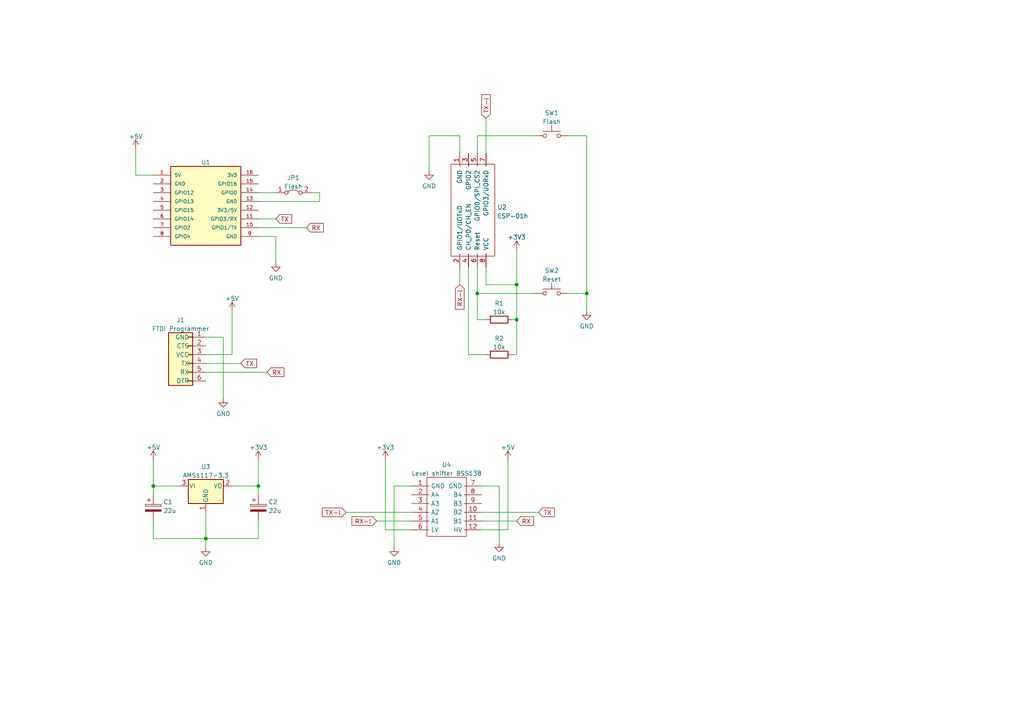
<source format=kicad_sch>
(kicad_sch (version 20211123) (generator eeschema)
  (paper "A4")
  (lib_symbols
    (symbol "Device:C_Polarized" (pin_numbers hide) (pin_names (offset 0.254))
      (property "Reference" "C" (at 0.635 2.54 0))
      (property "Value" "C_Polarized" (at 0.635 -2.54 0))
      (symbol "C_Polarized_0_1"
        (rectangle (start -2.286 0.508) (end 2.286 1.016))
        (polyline (pts (xy -1.778 2.286) (xy -0.762 2.286)))
        (polyline (pts (xy -1.27 2.794) (xy -1.27 1.778)))
        (rectangle (start 2.286 -0.508) (end -2.286 -1.016) (fill (type outline)))
      )
      (symbol "C_Polarized_1_1"
        (pin passive line (at 0 3.81 270) (length 2.794) (name "~") (number "1"))
        (pin passive line (at 0 -3.81 90) (length 2.794) (name "~") (number "2"))
      )
    )
    (symbol "Device:R" (pin_numbers hide) (pin_names (offset 0))
      (property "Reference" "R" (at 2.032 0 90))
      (property "Value" "R" (at 0 0 90))
      (symbol "R_0_1"
        (rectangle (start -1.016 -2.54) (end 1.016 2.54) (stroke (width 0.254)))
      )
      (symbol "R_1_1"
        (pin passive line (at 0 3.81 270) (length 1.27) (name "~") (number "1"))
        (pin passive line (at 0 -3.81 90) (length 1.27) (name "~") (number "2"))
      )
    )
    (symbol "Jumper:Jumper_2_Bridged" (pin_names (offset 0) hide)
      (property "Reference" "JP" (at 0 1.905 0))
      (property "Value" "Jumper_2_Bridged" (at 0 -2.54 0))
      (symbol "Jumper_2_Bridged_0_0"
        (circle (center -2.032 0) (radius 0.508))
        (circle (center 2.032 0) (radius 0.508))
      )
      (symbol "Jumper_2_Bridged_0_1"
        (arc (start 1.524 0.254) (mid 0 0.762) (end -1.524 0.254))
      )
      (symbol "Jumper_2_Bridged_1_1"
        (pin passive line (at -5.08 0 0) (length 2.54) (name "A") (number "1"))
        (pin passive line (at 5.08 0 180) (length 2.54) (name "B") (number "2"))
      )
    )
    (symbol "MY_ESP32:ESP32-CAM" (pin_names (offset 1.016))
      (property "Reference" "U" (at -9.525 18.415 0))
      (symbol "ESP32-CAM_0_0"
        (rectangle (start -10.16 -5.08) (end 10.16 17.78) (stroke (width 0.254)) (fill (type background)))
        (pin power_in line (at -15.24 15.24 0) (length 5.08) (name "5V") (number "1"))
        (pin bidirectional line (at 15.24 0 180) (length 5.08) (name "GPIO1/TX") (number "10"))
        (pin bidirectional line (at 15.24 2.54 180) (length 5.08) (name "GPIO3/RX") (number "11"))
        (pin power_in line (at 15.24 5.08 180) (length 5.08) (name "3V3/5V") (number "12"))
        (pin power_in line (at 15.24 7.62 180) (length 5.08) (name "GND") (number "13"))
        (pin bidirectional line (at 15.24 10.16 180) (length 5.08) (name "GPIO0") (number "14"))
        (pin bidirectional line (at 15.24 12.7 180) (length 5.08) (name "GPIO16") (number "15"))
        (pin power_in line (at 15.24 15.24 180) (length 5.08) (name "3V3") (number "16"))
        (pin power_in line (at -15.24 12.7 0) (length 5.08) (name "GND") (number "2"))
        (pin bidirectional line (at -15.24 10.16 0) (length 5.08) (name "GPIO12") (number "3"))
        (pin bidirectional line (at -15.24 7.62 0) (length 5.08) (name "GPIO13") (number "4"))
        (pin bidirectional line (at -15.24 5.08 0) (length 5.08) (name "GPIO15") (number "5"))
        (pin bidirectional line (at -15.24 2.54 0) (length 5.08) (name "GPIO14") (number "6"))
        (pin bidirectional line (at -15.24 0 0) (length 5.08) (name "GPIO2") (number "7"))
        (pin bidirectional line (at -15.24 -2.54 0) (length 5.08) (name "GPIO4") (number "8"))
        (pin power_in line (at 15.24 -2.54 180) (length 5.08) (name "GND") (number "9"))
      )
    )
    (symbol "My_Arduino:ESP-01h" (pin_names (offset 1.016))
      (property "Reference" "U" (at 11.43 -5.08 0))
      (property "Value" "ESP-01h" (at 15.24 -27.94 0))
      (symbol "ESP-01h_0_1"
        (polyline (pts (xy -2.54 -3.175) (xy 10.16 -3.175) (xy 10.16 -29.845) (xy -2.54 -29.845) (xy -2.54 -3.175)) (stroke (width 0.1524)))
      )
      (symbol "ESP-01h_1_1"
        (pin output line (at 0 0 270) (length 3.81) (name "GND") (number "1"))
        (pin power_in line (at 0 -33.02 90) (length 3.81) (name "GPIO1/UOTxD") (number "2"))
        (pin input line (at 2.54 0 270) (length 3.81) (name "GPIO2") (number "3"))
        (pin tri_state line (at 2.54 -33.02 90) (length 3.81) (name "CH_PD/CH_EN") (number "4"))
        (pin input line (at 5.08 0 270) (length 3.81) (name "GPIO0/SPI_CS2") (number "5"))
        (pin tri_state line (at 5.08 -33.02 90) (length 3.81) (name "Reset") (number "6"))
        (pin power_in line (at 7.62 0 270) (length 3.81) (name "GPIO3/UORxD") (number "7"))
        (pin input line (at 7.62 -33.02 90) (length 3.81) (name "VCC") (number "8"))
      )
    )
    (symbol "My_Headers:6-pin_FTDI_Programmer_socket" (pin_names (offset 1.016))
      (property "Reference" "J" (at 0 7.62 0))
      (property "Value" "6-pin_FTDI_Programmer_socket" (at 0 -10.16 0))
      (symbol "6-pin_FTDI_Programmer_socket_1_1"
        (rectangle (start -1.27 -7.493) (end 0 -7.747) (stroke (width 0.1524)))
        (rectangle (start -1.27 -4.953) (end 0 -5.207) (stroke (width 0.1524)))
        (rectangle (start -1.27 -2.413) (end 0 -2.667) (stroke (width 0.1524)))
        (rectangle (start -1.27 0.127) (end 0 -0.127) (stroke (width 0.1524)))
        (rectangle (start -1.27 2.667) (end 0 2.413) (stroke (width 0.1524)))
        (rectangle (start -1.27 5.207) (end 0 4.953) (stroke (width 0.1524)))
        (rectangle (start -1.27 6.35) (end 5.715 -8.89) (stroke (width 0.254)) (fill (type background)))
        (pin power_out line (at -5.08 5.08 0) (length 3.81) (name "GND") (number "1"))
        (pin bidirectional line (at -5.08 2.54 0) (length 3.81) (name "CTS") (number "2"))
        (pin power_out line (at -5.08 0 0) (length 3.81) (name "VCC") (number "3"))
        (pin output line (at -5.08 -2.54 0) (length 3.81) (name "TX") (number "4"))
        (pin input line (at -5.08 -5.08 0) (length 3.81) (name "RX") (number "5"))
        (pin bidirectional line (at -5.08 -7.62 0) (length 3.81) (name "DTR") (number "6"))
      )
    )
    (symbol "My_Parts:4-channel_I2C_level_shifter_BSS138"
      (property "Reference" "U" (at 15.875 -5.715 0))
      (property "Value" "4-channel_I2C_level_shifter_BSS138" (at 33.02 -13.97 0))
      (symbol "4-channel_I2C_level_shifter_BSS138_0_1"
        (polyline (pts (xy -2.54 -4.445) (xy -2.54 -15.875) (xy 14.605 -15.875) (xy 14.605 -4.445) (xy -2.54 -4.445)) (stroke (width 0.1524)))
      )
      (symbol "4-channel_I2C_level_shifter_BSS138_1_1"
        (pin power_in line (at 0 0 270) (length 5.08) (name "GND") (number "1"))
        (pin bidirectional line (at 7.62 -20.32 90) (length 5.08) (name "B2") (number "10"))
        (pin bidirectional line (at 10.16 -20.32 90) (length 5.08) (name "B1") (number "11"))
        (pin power_in line (at 12.7 -20.32 90) (length 5.08) (name "HV") (number "12"))
        (pin bidirectional line (at 2.54 0 270) (length 5.08) (name "A4") (number "2"))
        (pin bidirectional line (at 5.08 0 270) (length 5.08) (name "A3") (number "3"))
        (pin bidirectional line (at 7.62 0 270) (length 5.08) (name "A2") (number "4"))
        (pin bidirectional line (at 10.16 0 270) (length 5.08) (name "A1") (number "5"))
        (pin power_in line (at 12.7 0 270) (length 5.08) (name "LV") (number "6"))
        (pin power_in line (at 0 -20.32 90) (length 5.08) (name "GND") (number "7"))
        (pin bidirectional line (at 2.54 -20.32 90) (length 5.08) (name "B4") (number "8"))
        (pin bidirectional line (at 5.08 -20.32 90) (length 5.08) (name "B3") (number "9"))
      )
    )
    (symbol "Regulator_Linear:AMS1117-3.3" (pin_names (offset 0.254))
      (property "Reference" "U" (at -3.81 3.175 0))
      (property "Value" "AMS1117-3.3" (at 0 3.175 0))
      (symbol "AMS1117-3.3_0_1"
        (rectangle (start -5.08 -5.08) (end 5.08 1.905) (stroke (width 0.254)) (fill (type background)))
      )
      (symbol "AMS1117-3.3_1_1"
        (pin power_in line (at 0 -7.62 90) (length 2.54) (name "GND") (number "1"))
        (pin power_out line (at 7.62 0 180) (length 2.54) (name "VO") (number "2"))
        (pin power_in line (at -7.62 0 0) (length 2.54) (name "VI") (number "3"))
      )
    )
    (symbol "Switch:SW_Push" (pin_numbers hide) (pin_names (offset 1.016) hide)
      (property "Reference" "SW" (at 1.27 2.54 0))
      (property "Value" "SW_Push" (at 0 -1.524 0))
      (symbol "SW_Push_0_1"
        (circle (center -2.032 0) (radius 0.508))
        (polyline (pts (xy 0 1.27) (xy 0 3.048)))
        (polyline (pts (xy 2.54 1.27) (xy -2.54 1.27)))
        (circle (center 2.032 0) (radius 0.508))
        (pin passive line (at -5.08 0 0) (length 2.54) (name "1") (number "1"))
        (pin passive line (at 5.08 0 180) (length 2.54) (name "2") (number "2"))
      )
    )
    (symbol "power:+3.3V" (power) (pin_names (offset 0))
      (property "Value" "+3.3V" (at 0 3.556 0))
      (symbol "+3.3V_0_1"
        (polyline (pts (xy -0.762 1.27) (xy 0 2.54)))
        (polyline (pts (xy 0 0) (xy 0 2.54)))
        (polyline (pts (xy 0 2.54) (xy 0.762 1.27)))
      )
      (symbol "+3.3V_1_1"
        (pin power_in line (at 0 0 90) (length 0) hide (name "+3V3") (number "1"))
      )
    )
    (symbol "power:+5V" (power) (pin_names (offset 0))
      (property "Value" "+5V" (at 0 3.556 0))
      (symbol "+5V_0_1"
        (polyline (pts (xy -0.762 1.27) (xy 0 2.54)))
        (polyline (pts (xy 0 0) (xy 0 2.54)))
        (polyline (pts (xy 0 2.54) (xy 0.762 1.27)))
      )
      (symbol "+5V_1_1"
        (pin power_in line (at 0 0 90) (length 0) hide (name "+5V") (number "1"))
      )
    )
    (symbol "power:GND" (power) (pin_names (offset 0))
      (property "Value" "GND" (at 0 -3.81 0))
      (symbol "GND_0_1"
        (polyline (pts (xy 0 0) (xy 0 -1.27) (xy 1.27 -1.27) (xy 0 -2.54) (xy -1.27 -1.27) (xy 0 -1.27)))
      )
      (symbol "GND_1_1"
        (pin power_in line (at 0 0 270) (length 0) hide (name "GND") (number "1"))
      )
    )
  )
  (junction (at 170.18 85.09))
  (junction (at 59.69 156.21))
  (junction (at 44.45 140.97))
  (junction (at 149.86 82.55))
  (junction (at 138.43 85.09))
  (junction (at 74.93 140.97))
  (junction (at 149.86 92.71))
  (wire (pts (xy 144.78 140.97) (xy 139.7 140.97)))
  (wire (pts (xy 67.31 102.87) (xy 67.31 90.17)))
  (wire (pts (xy 44.45 50.8) (xy 39.37 50.8)))
  (wire (pts (xy 74.93 58.42) (xy 92.71 58.42)))
  (wire (pts (xy 148.59 102.87) (xy 149.86 102.87)))
  (wire (pts (xy 44.45 151.13) (xy 44.45 156.21)))
  (wire (pts (xy 74.93 143.51) (xy 74.93 140.97)))
  (wire (pts (xy 119.38 140.97) (xy 114.3 140.97)))
  (wire (pts (xy 111.76 133.35) (xy 111.76 153.67)))
  (wire (pts (xy 74.93 68.58) (xy 80.01 68.58)))
  (wire (pts (xy 135.89 102.87) (xy 140.97 102.87)))
  (wire (pts (xy 74.93 55.88) (xy 80.01 55.88)))
  (wire (pts (xy 148.59 92.71) (xy 149.86 92.71)))
  (wire (pts (xy 100.33 148.59) (xy 119.38 148.59)))
  (wire (pts (xy 114.3 140.97) (xy 114.3 158.75)))
  (wire (pts (xy 138.43 85.09) (xy 154.94 85.09)))
  (wire (pts (xy 154.94 39.37) (xy 138.43 39.37)))
  (wire (pts (xy 52.07 140.97) (xy 44.45 140.97)))
  (wire (pts (xy 170.18 85.09) (xy 170.18 90.17)))
  (wire (pts (xy 139.7 148.59) (xy 156.21 148.59)))
  (wire (pts (xy 147.32 153.67) (xy 147.32 133.35)))
  (wire (pts (xy 39.37 50.8) (xy 39.37 43.18)))
  (wire (pts (xy 138.43 92.71) (xy 140.97 92.71)))
  (wire (pts (xy 144.78 157.48) (xy 144.78 140.97)))
  (wire (pts (xy 64.77 97.79) (xy 64.77 115.57)))
  (wire (pts (xy 80.01 68.58) (xy 80.01 76.2)))
  (wire (pts (xy 138.43 77.47) (xy 138.43 85.09)))
  (wire (pts (xy 140.97 82.55) (xy 149.86 82.55)))
  (wire (pts (xy 109.22 151.13) (xy 119.38 151.13)))
  (wire (pts (xy 59.69 102.87) (xy 67.31 102.87)))
  (wire (pts (xy 133.35 77.47) (xy 133.35 82.55)))
  (wire (pts (xy 140.97 77.47) (xy 140.97 82.55)))
  (wire (pts (xy 59.69 97.79) (xy 64.77 97.79)))
  (wire (pts (xy 59.69 107.95) (xy 77.47 107.95)))
  (wire (pts (xy 92.71 58.42) (xy 92.71 55.88)))
  (wire (pts (xy 44.45 133.35) (xy 44.45 140.97)))
  (wire (pts (xy 149.86 82.55) (xy 149.86 92.71)))
  (wire (pts (xy 59.69 148.59) (xy 59.69 156.21)))
  (wire (pts (xy 74.93 156.21) (xy 74.93 151.13)))
  (wire (pts (xy 165.1 85.09) (xy 170.18 85.09)))
  (wire (pts (xy 139.7 151.13) (xy 149.86 151.13)))
  (wire (pts (xy 149.86 72.39) (xy 149.86 82.55)))
  (wire (pts (xy 124.46 39.37) (xy 124.46 49.53)))
  (wire (pts (xy 133.35 44.45) (xy 133.35 39.37)))
  (wire (pts (xy 111.76 153.67) (xy 119.38 153.67)))
  (wire (pts (xy 92.71 55.88) (xy 90.17 55.88)))
  (wire (pts (xy 149.86 92.71) (xy 149.86 102.87)))
  (wire (pts (xy 74.93 133.35) (xy 74.93 140.97)))
  (wire (pts (xy 67.31 140.97) (xy 74.93 140.97)))
  (wire (pts (xy 74.93 66.04) (xy 88.9 66.04)))
  (wire (pts (xy 59.69 156.21) (xy 74.93 156.21)))
  (wire (pts (xy 74.93 63.5) (xy 80.01 63.5)))
  (wire (pts (xy 59.69 105.41) (xy 69.85 105.41)))
  (wire (pts (xy 133.35 39.37) (xy 124.46 39.37)))
  (wire (pts (xy 44.45 140.97) (xy 44.45 143.51)))
  (wire (pts (xy 139.7 153.67) (xy 147.32 153.67)))
  (wire (pts (xy 170.18 85.09) (xy 170.18 39.37)))
  (wire (pts (xy 44.45 156.21) (xy 59.69 156.21)))
  (wire (pts (xy 59.69 156.21) (xy 59.69 158.75)))
  (wire (pts (xy 140.97 34.29) (xy 140.97 44.45)))
  (wire (pts (xy 170.18 39.37) (xy 165.1 39.37)))
  (wire (pts (xy 138.43 39.37) (xy 138.43 44.45)))
  (wire (pts (xy 135.89 77.47) (xy 135.89 102.87)))
  (wire (pts (xy 138.43 85.09) (xy 138.43 92.71)))
  (global_label "TX" (shape input) (at 69.85 105.41 0) (property "Intersheet References" "${INTERSHEET_REFS}" (effects hide)))
  (global_label "RX-l" (shape input) (at 109.22 151.13 180) (property "Intersheet References" "${INTERSHEET_REFS}" (effects hide)))
  (global_label "RX" (shape input) (at 77.47 107.95 0) (property "Intersheet References" "${INTERSHEET_REFS}" (effects hide)))
  (global_label "RX" (shape input) (at 149.86 151.13 0) (property "Intersheet References" "${INTERSHEET_REFS}" (effects hide)))
  (global_label "RX" (shape input) (at 88.9 66.04 0) (property "Intersheet References" "${INTERSHEET_REFS}" (effects hide)))
  (global_label "TX" (shape input) (at 80.01 63.5 0) (property "Intersheet References" "${INTERSHEET_REFS}" (effects hide)))
  (global_label "TX" (shape input) (at 156.21 148.59 0) (property "Intersheet References" "${INTERSHEET_REFS}" (effects hide)))
  (global_label "TX-l" (shape input) (at 140.97 34.29 90) (property "Intersheet References" "${INTERSHEET_REFS}" (effects hide)))
  (global_label "RX-l" (shape input) (at 133.35 82.55 270) (property "Intersheet References" "${INTERSHEET_REFS}" (effects hide)))
  (global_label "TX-l" (shape input) (at 100.33 148.59 180) (property "Intersheet References" "${INTERSHEET_REFS}" (effects hide)))
  (symbol (lib_id "power:+5V") (at 67.31 90.17 0) (unit 1)
    (property "Reference" "#PWR0106" (effects hide))
    (property "Value" "+5V" (at 67.31 86.5942 0))
  )
  (symbol (lib_id "power:+5V") (at 39.37 43.18 0) (unit 1)
    (property "Reference" "#PWR0105" (effects hide))
    (property "Value" "+5V" (at 39.37 39.6042 0))
  )
  (symbol (lib_id "My_Parts:4-channel_I2C_level_shifter_BSS138") (at 119.38 140.97 90) (mirror x) (unit 1)
    (property "Reference" "U4" (at 129.54 134.781 90))
    (property "Value" "Level shifter BSS138" (at 129.54 137.3179 90))
    (property "Footprint" "My_Parts:4-channel_I2C_level_shifter_BSS138_large" (effects hide))
  )
  (symbol (lib_id "power:+3.3V") (at 149.86 72.39 0) (unit 1)
    (property "Reference" "#PWR0102" (effects hide))
    (property "Value" "+3.3V" (at 149.86 68.8142 0))
  )
  (symbol (lib_id "power:+5V") (at 44.45 133.35 0) (unit 1)
    (property "Reference" "#PWR0110" (effects hide))
    (property "Value" "+5V" (at 44.45 129.7742 0))
  )
  (symbol (lib_id "power:GND") (at 170.18 90.17 0) (unit 1)
    (property "Reference" "#PWR0101" (effects hide))
    (property "Value" "GND" (at 170.18 94.6134 0))
  )
  (symbol (lib_id "Switch:SW_Push") (at 160.02 85.09 0) (unit 1)
    (property "Reference" "SW2" (at 160.02 78.4692 0))
    (property "Value" "Reset" (at 160.02 81.0061 0))
    (property "Footprint" "My_Misc:SW_PUSH-12mm_large" (effects hide))
  )
  (symbol (lib_id "Device:R") (at 144.78 102.87 90) (unit 1)
    (property "Reference" "R2" (at 144.78 98.1542 90))
    (property "Value" "10k" (at 144.78 100.6911 90))
    (property "Footprint" "My_Misc:R_Axial_DIN0207_L6.3mm_D2.5mm_P10.16mm_Horizontal_larger_pads" (effects hide))
  )
  (symbol (lib_id "power:GND") (at 124.46 49.53 0) (unit 1)
    (property "Reference" "#PWR0104" (effects hide))
    (property "Value" "GND" (at 124.46 53.9734 0))
  )
  (symbol (lib_id "Regulator_Linear:AMS1117-3.3") (at 59.69 140.97 0) (unit 1)
    (property "Reference" "U3" (at 59.69 135.3652 0))
    (property "Value" "AMS1117-3.3" (at 59.69 137.9021 0))
    (property "Footprint" "Package_TO_SOT_SMD:SOT-223-3_TabPin2" (effects hide))
    (property "Datasheet" "http://www.advanced-monolithic.com/pdf/ds1117.pdf" (effects hide))
  )
  (symbol (lib_id "power:+3.3V") (at 74.93 133.35 0) (unit 1)
    (property "Reference" "#PWR0108" (effects hide))
    (property "Value" "+3.3V" (at 74.93 129.7742 0))
  )
  (symbol (lib_id "power:GND") (at 144.78 157.48 0) (unit 1)
    (property "Reference" "#PWR0113" (effects hide))
    (property "Value" "GND" (at 144.78 161.9234 0))
  )
  (symbol (lib_id "My_Headers:6-pin_FTDI_Programmer_socket") (at 54.61 102.87 0) (mirror y) (unit 1)
    (property "Reference" "J1" (at 52.3875 92.8202 0))
    (property "Value" "FTDI Programmer" (at 52.3875 95.3571 0))
    (property "Footprint" "My_Headers:6-pin FTDI Programmer PinSocket large" (effects hide))
  )
  (symbol (lib_id "My_Arduino:ESP-01h") (at 133.35 44.45 0) (unit 1)
    (property "Reference" "U2" (at 144.2212 60.1253 0) (effects (justify left)))
    (property "Value" "ESP-01h" (at 144.2212 62.6622 0) (effects (justify left)))
    (property "Footprint" "My_ESP8266:ESP-01_w_pin_socket_large" (effects hide))
    (property "Datasheet" "http://l0l.org.uk/2014/12/esp8266-modules-hardware-guide-gotta-catch-em-all/" (effects hide))
  )
  (symbol (lib_id "Device:C_Polarized") (at 74.93 147.32 0) (unit 1)
    (property "Reference" "C2" (at 77.851 145.5963 0) (effects (justify left)))
    (property "Value" "22u" (at 77.851 148.1332 0) (effects (justify left)))
    (property "Footprint" "My_Misc:CP_Radial_D5.0mm_P2.00mm_larger" (effects hide))
  )
  (symbol (lib_id "power:GND") (at 80.01 76.2 0) (unit 1)
    (property "Reference" "#PWR0103" (effects hide))
    (property "Value" "GND" (at 80.01 80.6434 0))
  )
  (symbol (lib_id "Switch:SW_Push") (at 160.02 39.37 0) (unit 1)
    (property "Reference" "SW1" (at 160.02 32.7492 0))
    (property "Value" "Flash" (at 160.02 35.2861 0))
    (property "Footprint" "My_Misc:SW_PUSH-12mm_large" (effects hide))
  )
  (symbol (lib_id "Device:R") (at 144.78 92.71 90) (unit 1)
    (property "Reference" "R1" (at 144.78 87.9942 90))
    (property "Value" "10k" (at 144.78 90.5311 90))
    (property "Footprint" "My_Misc:R_Axial_DIN0207_L6.3mm_D2.5mm_P10.16mm_Horizontal_larger_pads" (effects hide))
  )
  (symbol (lib_id "power:+3.3V") (at 111.76 133.35 0) (unit 1)
    (property "Reference" "#PWR0111" (effects hide))
    (property "Value" "+3.3V" (at 111.76 129.7742 0))
  )
  (symbol (lib_id "MY_ESP32:ESP32-CAM") (at 59.69 66.04 0) (unit 1)
    (property "Reference" "U1" (at 59.69 47.0972 0))
    (property "Value" "ESP32-CAM" (effects hide))
    (property "Footprint" "My_ESP32:ESP32-CAM" (effects hide))
  )
  (symbol (lib_id "Jumper:Jumper_2_Bridged") (at 85.09 55.88 0) (unit 1)
    (property "Reference" "JP1" (at 85.09 51.5452 0))
    (property "Value" "Flash" (at 85.09 54.0821 0))
    (property "Footprint" "My_Parts:Jumper_1x02_P2.54mm_large" (effects hide))
  )
  (symbol (lib_id "power:GND") (at 64.77 115.57 0) (unit 1)
    (property "Reference" "#PWR0107" (effects hide))
    (property "Value" "GND" (at 64.77 120.0134 0))
  )
  (symbol (lib_id "power:GND") (at 59.69 158.75 0) (unit 1)
    (property "Reference" "#PWR0109" (effects hide))
    (property "Value" "GND" (at 59.69 163.1934 0))
  )
  (symbol (lib_id "power:GND") (at 114.3 158.75 0) (unit 1)
    (property "Reference" "#PWR0114" (effects hide))
    (property "Value" "GND" (at 114.3 163.1934 0))
  )
  (symbol (lib_id "power:+5V") (at 147.32 133.35 0) (unit 1)
    (property "Reference" "#PWR0112" (effects hide))
    (property "Value" "+5V" (at 147.32 129.7742 0))
  )
  (symbol (lib_id "Device:C_Polarized") (at 44.45 147.32 0) (unit 1)
    (property "Reference" "C1" (at 47.371 145.5963 0) (effects (justify left)))
    (property "Value" "22u" (at 47.371 148.1332 0) (effects (justify left)))
    (property "Footprint" "My_Misc:CP_Radial_D5.0mm_P2.00mm_larger" (effects hide))
  )
)
</source>
